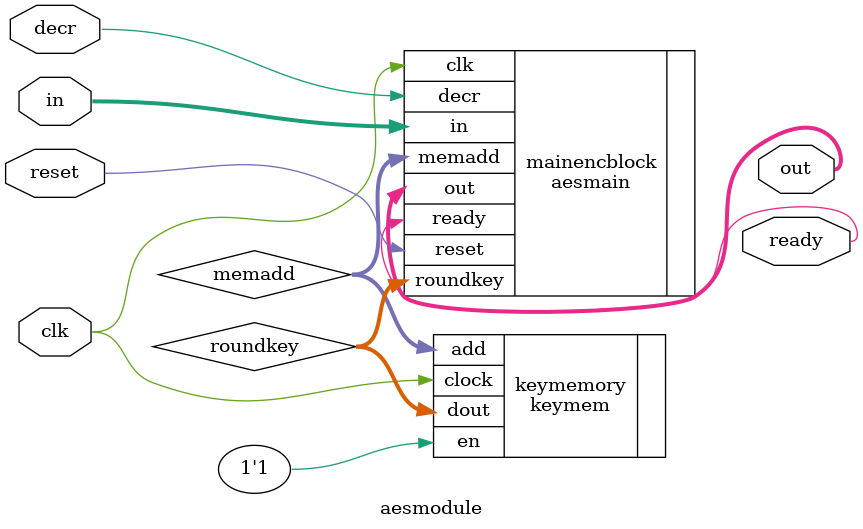
<source format=v>
`timescale 1ns / 1ps
module aesmodule(
    output [127:0] out,
    output ready,
    input [127:0] in,
	 input decr,
    input clk,
	 input reset
    );

	wire [3:0] memadd;
	wire [127:0] roundkey;
	
	// Main AES Encrypt Block (Encrypts single 128 bit data)
	aesmain mainencblock( .out(out), .ready(ready), .memadd(memadd), .in(in), .roundkey(roundkey), .decr(decr), .clk(clk), .reset(reset));
	
	// Memory
	keymem keymemory(.dout(roundkey), .add(memadd), .clock(clk), .en(1'b1));	// Always enabled, but use a counter for address that has a clock divided by 2. 
	 


endmodule

</source>
